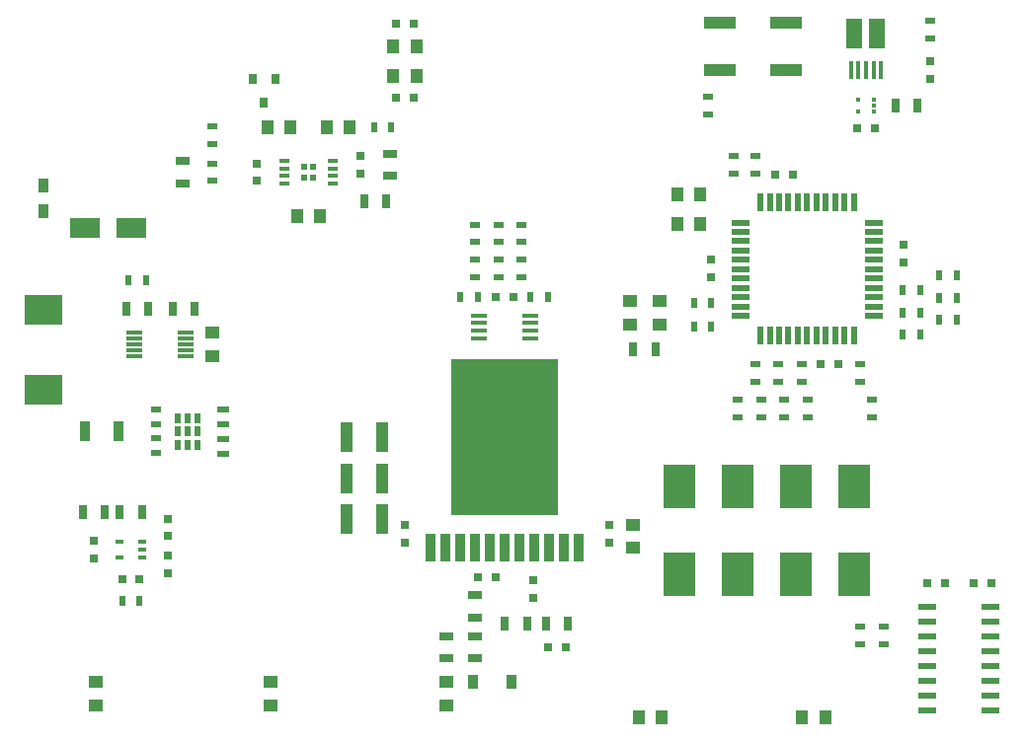
<source format=gtp>
G04 #@! TF.FileFunction,Paste,Top*
%FSLAX46Y46*%
G04 Gerber Fmt 4.6, Leading zero omitted, Abs format (unit mm)*
G04 Created by KiCad (PCBNEW 4.0.7) date Monday, September 04, 2017 'PMt' 03:24:15 PM*
%MOMM*%
%LPD*%
G01*
G04 APERTURE LIST*
%ADD10C,0.100000*%
%ADD11R,0.550000X1.500000*%
%ADD12R,1.500000X0.550000*%
%ADD13R,1.000000X2.500000*%
%ADD14R,0.600000X0.900000*%
%ADD15R,0.900000X0.600000*%
%ADD16R,1.050000X0.600000*%
%ADD17R,1.300000X0.700000*%
%ADD18R,0.900000X1.200000*%
%ADD19R,0.750000X0.800000*%
%ADD20R,0.900000X0.500000*%
%ADD21R,1.450000X0.450000*%
%ADD22R,0.800000X0.750000*%
%ADD23R,0.860000X2.410000*%
%ADD24R,9.126000X13.370000*%
%ADD25R,0.700000X1.300000*%
%ADD26R,2.700000X3.750000*%
%ADD27R,1.250000X1.000000*%
%ADD28R,1.000000X1.250000*%
%ADD29R,3.300000X2.500000*%
%ADD30R,2.500000X1.800000*%
%ADD31R,0.800000X0.900000*%
%ADD32R,0.400000X1.650000*%
%ADD33R,1.425000X2.500000*%
%ADD34R,0.900000X1.700000*%
%ADD35R,0.500000X0.900000*%
%ADD36R,2.750000X1.000000*%
%ADD37R,1.400000X0.300000*%
%ADD38R,0.650000X0.400000*%
%ADD39R,0.890000X0.420000*%
%ADD40R,0.504000X0.564000*%
%ADD41R,1.500000X0.600000*%
%ADD42R,0.449580X0.299720*%
G04 APERTURE END LIST*
D10*
D11*
X234960000Y-69270000D03*
X235760000Y-69270000D03*
X236560000Y-69270000D03*
X237360000Y-69270000D03*
X238160000Y-69270000D03*
X238960000Y-69270000D03*
X239760000Y-69270000D03*
X240560000Y-69270000D03*
X241360000Y-69270000D03*
X242160000Y-69270000D03*
X242960000Y-69270000D03*
D12*
X244660000Y-67570000D03*
X244660000Y-66770000D03*
X244660000Y-65970000D03*
X244660000Y-65170000D03*
X244660000Y-64370000D03*
X244660000Y-63570000D03*
X244660000Y-62770000D03*
X244660000Y-61970000D03*
X244660000Y-61170000D03*
X244660000Y-60370000D03*
X244660000Y-59570000D03*
D11*
X242960000Y-57870000D03*
X242160000Y-57870000D03*
X241360000Y-57870000D03*
X240560000Y-57870000D03*
X239760000Y-57870000D03*
X238960000Y-57870000D03*
X238160000Y-57870000D03*
X237360000Y-57870000D03*
X236560000Y-57870000D03*
X235760000Y-57870000D03*
X234960000Y-57870000D03*
D12*
X233260000Y-59570000D03*
X233260000Y-60370000D03*
X233260000Y-61170000D03*
X233260000Y-61970000D03*
X233260000Y-62770000D03*
X233260000Y-63570000D03*
X233260000Y-64370000D03*
X233260000Y-65170000D03*
X233260000Y-65970000D03*
X233260000Y-66770000D03*
X233260000Y-67570000D03*
D13*
X199500000Y-85000000D03*
X202500000Y-85000000D03*
D14*
X185850000Y-78650000D03*
X186700000Y-78650000D03*
X185000000Y-78650000D03*
X185850000Y-76350000D03*
X186700000Y-76350000D03*
X185000000Y-76350000D03*
X185000000Y-77500000D03*
X186700000Y-77500000D03*
D15*
X183150000Y-79375000D03*
X183150000Y-75625000D03*
X183150000Y-78100000D03*
D16*
X188875000Y-78135000D03*
X188875000Y-79405000D03*
X188875000Y-76865000D03*
X188875000Y-75595000D03*
D15*
X183150000Y-76900000D03*
D14*
X185850000Y-77500000D03*
D17*
X210500000Y-95050000D03*
X210500000Y-96950000D03*
X210500000Y-91550000D03*
X210500000Y-93450000D03*
D18*
X210350000Y-99000000D03*
X213650000Y-99000000D03*
D19*
X204500000Y-87000000D03*
X204500000Y-85500000D03*
D17*
X208000000Y-95050000D03*
X208000000Y-96950000D03*
D13*
X199500000Y-78000000D03*
X202500000Y-78000000D03*
X199500000Y-81500000D03*
X202500000Y-81500000D03*
D20*
X210500000Y-64250000D03*
X210500000Y-62750000D03*
X212500000Y-61250000D03*
X212500000Y-59750000D03*
X210500000Y-61250000D03*
X210500000Y-59750000D03*
X212500000Y-64250000D03*
X212500000Y-62750000D03*
D21*
X210800000Y-67525000D03*
X210800000Y-68175000D03*
X210800000Y-68825000D03*
X210800000Y-69475000D03*
X215200000Y-69475000D03*
X215200000Y-68825000D03*
X215200000Y-68175000D03*
X215200000Y-67525000D03*
D20*
X214500000Y-64250000D03*
X214500000Y-62750000D03*
D22*
X213750000Y-66000000D03*
X212250000Y-66000000D03*
D20*
X214500000Y-61250000D03*
X214500000Y-59750000D03*
D23*
X206650000Y-87500000D03*
X207920000Y-87500000D03*
X209190000Y-87500000D03*
X210460000Y-87500000D03*
X211730000Y-87500000D03*
X213000000Y-87500000D03*
X214270000Y-87500000D03*
X215540000Y-87500000D03*
X216810000Y-87500000D03*
X218080000Y-87500000D03*
X219350000Y-87500000D03*
D24*
X213000000Y-78000000D03*
D22*
X218250000Y-96000000D03*
X216750000Y-96000000D03*
D25*
X218450000Y-94000000D03*
X216550000Y-94000000D03*
D22*
X210750000Y-90000000D03*
X212250000Y-90000000D03*
D19*
X215500000Y-90250000D03*
X215500000Y-91750000D03*
D25*
X214950000Y-94000000D03*
X213050000Y-94000000D03*
D26*
X238000000Y-89775000D03*
X238000000Y-82225000D03*
X228000000Y-89775000D03*
X228000000Y-82225000D03*
X233000000Y-89775000D03*
X233000000Y-82225000D03*
D19*
X222000000Y-87000000D03*
X222000000Y-85500000D03*
D26*
X243000000Y-89775000D03*
X243000000Y-82225000D03*
D27*
X224000000Y-87500000D03*
X224000000Y-85500000D03*
X188000000Y-69000000D03*
X188000000Y-71000000D03*
D19*
X177800000Y-88380000D03*
X177800000Y-86880000D03*
X184150000Y-86475000D03*
X184150000Y-84975000D03*
X184150000Y-89650000D03*
X184150000Y-88150000D03*
D22*
X181725000Y-90170000D03*
X180225000Y-90170000D03*
D19*
X200660000Y-53860000D03*
X200660000Y-55360000D03*
D28*
X199755000Y-51435000D03*
X197755000Y-51435000D03*
X192675000Y-51435000D03*
X194675000Y-51435000D03*
D19*
X191770000Y-54495000D03*
X191770000Y-55995000D03*
D28*
X195215000Y-59055000D03*
X197215000Y-59055000D03*
D27*
X223750000Y-68310000D03*
X223750000Y-66310000D03*
D22*
X236250000Y-55500000D03*
X237750000Y-55500000D03*
D19*
X247245000Y-61480000D03*
X247245000Y-62980000D03*
D22*
X241645000Y-71755000D03*
X240145000Y-71755000D03*
D19*
X230735000Y-64250000D03*
X230735000Y-62750000D03*
D27*
X226290000Y-68310000D03*
X226290000Y-66310000D03*
D28*
X229830000Y-59690000D03*
X227830000Y-59690000D03*
X229830000Y-57150000D03*
X227830000Y-57150000D03*
D22*
X205220000Y-48895000D03*
X203720000Y-48895000D03*
D28*
X205470000Y-46990000D03*
X203470000Y-46990000D03*
D22*
X205220000Y-42545000D03*
X203720000Y-42545000D03*
D28*
X205470000Y-44450000D03*
X203470000Y-44450000D03*
D22*
X249250000Y-90500000D03*
X250750000Y-90500000D03*
X254750000Y-90500000D03*
X253250000Y-90500000D03*
D27*
X178000000Y-101000000D03*
X178000000Y-99000000D03*
X193000000Y-101000000D03*
X193000000Y-99000000D03*
X208000000Y-101000000D03*
X208000000Y-99000000D03*
D28*
X224500000Y-102000000D03*
X226500000Y-102000000D03*
X238500000Y-102000000D03*
X240500000Y-102000000D03*
D22*
X244750000Y-51500000D03*
X243250000Y-51500000D03*
D19*
X249500000Y-45750000D03*
X249500000Y-47250000D03*
D29*
X173500000Y-73900000D03*
X173500000Y-67100000D03*
D30*
X177000000Y-60000000D03*
X181000000Y-60000000D03*
D31*
X193355000Y-47260000D03*
X191455000Y-47260000D03*
X192405000Y-49260000D03*
D18*
X173500000Y-58600000D03*
X173500000Y-56400000D03*
D25*
X224070000Y-70485000D03*
X225970000Y-70485000D03*
X246550000Y-49500000D03*
X248450000Y-49500000D03*
D32*
X245300000Y-46500000D03*
X244650000Y-46500000D03*
X244000900Y-46500000D03*
X243350000Y-46500000D03*
X242700000Y-46500000D03*
D33*
X244962500Y-43375000D03*
X243037500Y-43375000D03*
D17*
X185420000Y-56195000D03*
X185420000Y-54295000D03*
D34*
X179950000Y-77500000D03*
X177050000Y-77500000D03*
D35*
X180750000Y-64500000D03*
X182250000Y-64500000D03*
D25*
X180600000Y-67000000D03*
X182500000Y-67000000D03*
X184550000Y-67000000D03*
X186450000Y-67000000D03*
X176850000Y-84455000D03*
X178750000Y-84455000D03*
X180025000Y-84455000D03*
X181925000Y-84455000D03*
D35*
X181725000Y-92075000D03*
X180225000Y-92075000D03*
D20*
X187960000Y-52820000D03*
X187960000Y-51320000D03*
D35*
X203315000Y-51435000D03*
X201815000Y-51435000D03*
D17*
X203200000Y-53660000D03*
X203200000Y-55560000D03*
D20*
X187960000Y-54495000D03*
X187960000Y-55995000D03*
D25*
X202880000Y-57785000D03*
X200980000Y-57785000D03*
D35*
X229250000Y-66500000D03*
X230750000Y-66500000D03*
X229250000Y-68500000D03*
X230750000Y-68500000D03*
D20*
X233000000Y-76250000D03*
X233000000Y-74750000D03*
X232640000Y-55360000D03*
X232640000Y-53860000D03*
X234545000Y-55360000D03*
X234545000Y-53860000D03*
D35*
X209250000Y-66000000D03*
X210750000Y-66000000D03*
X215250000Y-66000000D03*
X216750000Y-66000000D03*
D20*
X234500000Y-73250000D03*
X234500000Y-71750000D03*
X235000000Y-76250000D03*
X235000000Y-74750000D03*
X236500000Y-73250000D03*
X236500000Y-71750000D03*
X237000000Y-76250000D03*
X237000000Y-74750000D03*
X238500000Y-73250000D03*
X238500000Y-71750000D03*
X239000000Y-76250000D03*
X239000000Y-74750000D03*
X243500000Y-73250000D03*
X243500000Y-71750000D03*
X244500000Y-76250000D03*
X244500000Y-74750000D03*
D35*
X248630000Y-69215000D03*
X247130000Y-69215000D03*
X251805000Y-67945000D03*
X250305000Y-67945000D03*
X248630000Y-67310000D03*
X247130000Y-67310000D03*
X251805000Y-66040000D03*
X250305000Y-66040000D03*
X248630000Y-65405000D03*
X247130000Y-65405000D03*
X251805000Y-64135000D03*
X250305000Y-64135000D03*
D20*
X230505000Y-50280000D03*
X230505000Y-48780000D03*
X245500000Y-94250000D03*
X245500000Y-95750000D03*
X243500000Y-94250000D03*
X243500000Y-95750000D03*
X249500000Y-43750000D03*
X249500000Y-42250000D03*
D36*
X237190000Y-42450000D03*
X231440000Y-42450000D03*
X231440000Y-46450000D03*
X237190000Y-46450000D03*
D37*
X181300000Y-69000000D03*
X181300000Y-69500000D03*
X181300000Y-70000000D03*
X181300000Y-70500000D03*
X181300000Y-71000000D03*
X185700000Y-71000000D03*
X185700000Y-70500000D03*
X185700000Y-70000000D03*
X185700000Y-69500000D03*
X185700000Y-69000000D03*
D38*
X181925000Y-88280000D03*
X181925000Y-86980000D03*
X181925000Y-87630000D03*
X180025000Y-86980000D03*
X180025000Y-88280000D03*
D39*
X194110000Y-54270000D03*
X194110000Y-54920000D03*
X194110000Y-55570000D03*
X194110000Y-56220000D03*
X198320000Y-56220000D03*
X198320000Y-55570000D03*
X198320000Y-54920000D03*
X198320000Y-54270000D03*
D40*
X196635000Y-55715000D03*
X196635000Y-54775000D03*
X195795000Y-55715000D03*
X195795000Y-54775000D03*
D41*
X249300000Y-92555000D03*
X249300000Y-93825000D03*
X249300000Y-95095000D03*
X249300000Y-96365000D03*
X249300000Y-97635000D03*
X249300000Y-98905000D03*
X249300000Y-100175000D03*
X249300000Y-101445000D03*
X254700000Y-101445000D03*
X254700000Y-100175000D03*
X254700000Y-98905000D03*
X254700000Y-97635000D03*
X254700000Y-96365000D03*
X254700000Y-95095000D03*
X254700000Y-93825000D03*
X254700000Y-92555000D03*
D42*
X244701040Y-50000380D03*
X244701040Y-48999620D03*
X243298960Y-50000380D03*
X244701040Y-49500000D03*
X243298960Y-48999620D03*
M02*

</source>
